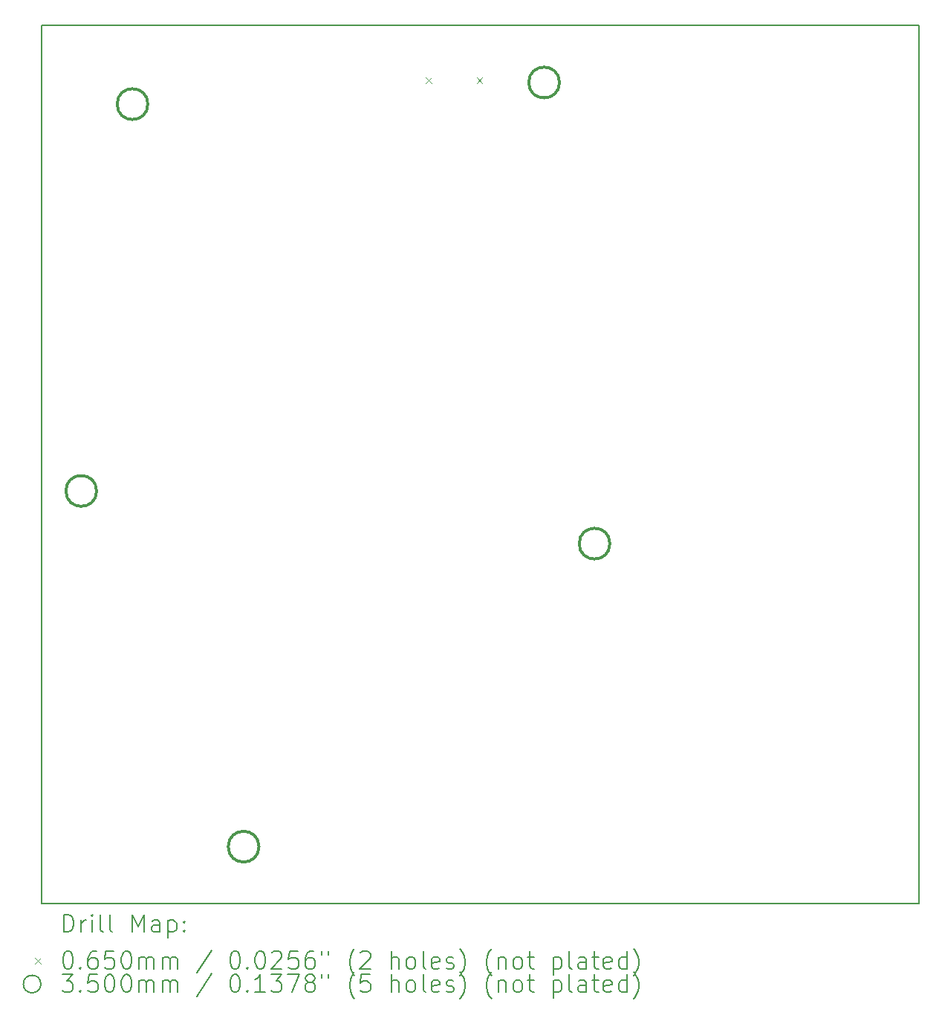
<source format=gbr>
%TF.GenerationSoftware,KiCad,Pcbnew,8.0.2-8.0.2-0~ubuntu20.04.1*%
%TF.CreationDate,2024-05-16T16:26:24-07:00*%
%TF.ProjectId,cpm_proj,63706d5f-7072-46f6-9a2e-6b696361645f,rev?*%
%TF.SameCoordinates,Original*%
%TF.FileFunction,Drillmap*%
%TF.FilePolarity,Positive*%
%FSLAX45Y45*%
G04 Gerber Fmt 4.5, Leading zero omitted, Abs format (unit mm)*
G04 Created by KiCad (PCBNEW 8.0.2-8.0.2-0~ubuntu20.04.1) date 2024-05-16 16:26:24*
%MOMM*%
%LPD*%
G01*
G04 APERTURE LIST*
%ADD10C,0.200000*%
%ADD11C,0.100000*%
%ADD12C,0.350000*%
G04 APERTURE END LIST*
D10*
X6200000Y-4100000D02*
X16200000Y-4100000D01*
X16200000Y-14100000D01*
X6200000Y-14100000D01*
X6200000Y-4100000D01*
D11*
X10578500Y-4694000D02*
X10643500Y-4759000D01*
X10643500Y-4694000D02*
X10578500Y-4759000D01*
X11156500Y-4694000D02*
X11221500Y-4759000D01*
X11221500Y-4694000D02*
X11156500Y-4759000D01*
D12*
X6825000Y-9400000D02*
G75*
G02*
X6475000Y-9400000I-175000J0D01*
G01*
X6475000Y-9400000D02*
G75*
G02*
X6825000Y-9400000I175000J0D01*
G01*
X7409000Y-4996000D02*
G75*
G02*
X7059000Y-4996000I-175000J0D01*
G01*
X7059000Y-4996000D02*
G75*
G02*
X7409000Y-4996000I175000J0D01*
G01*
X8675000Y-13450000D02*
G75*
G02*
X8325000Y-13450000I-175000J0D01*
G01*
X8325000Y-13450000D02*
G75*
G02*
X8675000Y-13450000I175000J0D01*
G01*
X12100000Y-4750000D02*
G75*
G02*
X11750000Y-4750000I-175000J0D01*
G01*
X11750000Y-4750000D02*
G75*
G02*
X12100000Y-4750000I175000J0D01*
G01*
X12675000Y-10000000D02*
G75*
G02*
X12325000Y-10000000I-175000J0D01*
G01*
X12325000Y-10000000D02*
G75*
G02*
X12675000Y-10000000I175000J0D01*
G01*
D10*
X6450777Y-14421484D02*
X6450777Y-14221484D01*
X6450777Y-14221484D02*
X6498396Y-14221484D01*
X6498396Y-14221484D02*
X6526967Y-14231008D01*
X6526967Y-14231008D02*
X6546015Y-14250055D01*
X6546015Y-14250055D02*
X6555539Y-14269103D01*
X6555539Y-14269103D02*
X6565062Y-14307198D01*
X6565062Y-14307198D02*
X6565062Y-14335769D01*
X6565062Y-14335769D02*
X6555539Y-14373865D01*
X6555539Y-14373865D02*
X6546015Y-14392912D01*
X6546015Y-14392912D02*
X6526967Y-14411960D01*
X6526967Y-14411960D02*
X6498396Y-14421484D01*
X6498396Y-14421484D02*
X6450777Y-14421484D01*
X6650777Y-14421484D02*
X6650777Y-14288150D01*
X6650777Y-14326246D02*
X6660301Y-14307198D01*
X6660301Y-14307198D02*
X6669824Y-14297674D01*
X6669824Y-14297674D02*
X6688872Y-14288150D01*
X6688872Y-14288150D02*
X6707920Y-14288150D01*
X6774586Y-14421484D02*
X6774586Y-14288150D01*
X6774586Y-14221484D02*
X6765062Y-14231008D01*
X6765062Y-14231008D02*
X6774586Y-14240531D01*
X6774586Y-14240531D02*
X6784110Y-14231008D01*
X6784110Y-14231008D02*
X6774586Y-14221484D01*
X6774586Y-14221484D02*
X6774586Y-14240531D01*
X6898396Y-14421484D02*
X6879348Y-14411960D01*
X6879348Y-14411960D02*
X6869824Y-14392912D01*
X6869824Y-14392912D02*
X6869824Y-14221484D01*
X7003158Y-14421484D02*
X6984110Y-14411960D01*
X6984110Y-14411960D02*
X6974586Y-14392912D01*
X6974586Y-14392912D02*
X6974586Y-14221484D01*
X7231729Y-14421484D02*
X7231729Y-14221484D01*
X7231729Y-14221484D02*
X7298396Y-14364341D01*
X7298396Y-14364341D02*
X7365062Y-14221484D01*
X7365062Y-14221484D02*
X7365062Y-14421484D01*
X7546015Y-14421484D02*
X7546015Y-14316722D01*
X7546015Y-14316722D02*
X7536491Y-14297674D01*
X7536491Y-14297674D02*
X7517443Y-14288150D01*
X7517443Y-14288150D02*
X7479348Y-14288150D01*
X7479348Y-14288150D02*
X7460301Y-14297674D01*
X7546015Y-14411960D02*
X7526967Y-14421484D01*
X7526967Y-14421484D02*
X7479348Y-14421484D01*
X7479348Y-14421484D02*
X7460301Y-14411960D01*
X7460301Y-14411960D02*
X7450777Y-14392912D01*
X7450777Y-14392912D02*
X7450777Y-14373865D01*
X7450777Y-14373865D02*
X7460301Y-14354817D01*
X7460301Y-14354817D02*
X7479348Y-14345293D01*
X7479348Y-14345293D02*
X7526967Y-14345293D01*
X7526967Y-14345293D02*
X7546015Y-14335769D01*
X7641253Y-14288150D02*
X7641253Y-14488150D01*
X7641253Y-14297674D02*
X7660301Y-14288150D01*
X7660301Y-14288150D02*
X7698396Y-14288150D01*
X7698396Y-14288150D02*
X7717443Y-14297674D01*
X7717443Y-14297674D02*
X7726967Y-14307198D01*
X7726967Y-14307198D02*
X7736491Y-14326246D01*
X7736491Y-14326246D02*
X7736491Y-14383388D01*
X7736491Y-14383388D02*
X7726967Y-14402436D01*
X7726967Y-14402436D02*
X7717443Y-14411960D01*
X7717443Y-14411960D02*
X7698396Y-14421484D01*
X7698396Y-14421484D02*
X7660301Y-14421484D01*
X7660301Y-14421484D02*
X7641253Y-14411960D01*
X7822205Y-14402436D02*
X7831729Y-14411960D01*
X7831729Y-14411960D02*
X7822205Y-14421484D01*
X7822205Y-14421484D02*
X7812682Y-14411960D01*
X7812682Y-14411960D02*
X7822205Y-14402436D01*
X7822205Y-14402436D02*
X7822205Y-14421484D01*
X7822205Y-14297674D02*
X7831729Y-14307198D01*
X7831729Y-14307198D02*
X7822205Y-14316722D01*
X7822205Y-14316722D02*
X7812682Y-14307198D01*
X7812682Y-14307198D02*
X7822205Y-14297674D01*
X7822205Y-14297674D02*
X7822205Y-14316722D01*
D11*
X6125000Y-14717500D02*
X6190000Y-14782500D01*
X6190000Y-14717500D02*
X6125000Y-14782500D01*
D10*
X6488872Y-14641484D02*
X6507920Y-14641484D01*
X6507920Y-14641484D02*
X6526967Y-14651008D01*
X6526967Y-14651008D02*
X6536491Y-14660531D01*
X6536491Y-14660531D02*
X6546015Y-14679579D01*
X6546015Y-14679579D02*
X6555539Y-14717674D01*
X6555539Y-14717674D02*
X6555539Y-14765293D01*
X6555539Y-14765293D02*
X6546015Y-14803388D01*
X6546015Y-14803388D02*
X6536491Y-14822436D01*
X6536491Y-14822436D02*
X6526967Y-14831960D01*
X6526967Y-14831960D02*
X6507920Y-14841484D01*
X6507920Y-14841484D02*
X6488872Y-14841484D01*
X6488872Y-14841484D02*
X6469824Y-14831960D01*
X6469824Y-14831960D02*
X6460301Y-14822436D01*
X6460301Y-14822436D02*
X6450777Y-14803388D01*
X6450777Y-14803388D02*
X6441253Y-14765293D01*
X6441253Y-14765293D02*
X6441253Y-14717674D01*
X6441253Y-14717674D02*
X6450777Y-14679579D01*
X6450777Y-14679579D02*
X6460301Y-14660531D01*
X6460301Y-14660531D02*
X6469824Y-14651008D01*
X6469824Y-14651008D02*
X6488872Y-14641484D01*
X6641253Y-14822436D02*
X6650777Y-14831960D01*
X6650777Y-14831960D02*
X6641253Y-14841484D01*
X6641253Y-14841484D02*
X6631729Y-14831960D01*
X6631729Y-14831960D02*
X6641253Y-14822436D01*
X6641253Y-14822436D02*
X6641253Y-14841484D01*
X6822205Y-14641484D02*
X6784110Y-14641484D01*
X6784110Y-14641484D02*
X6765062Y-14651008D01*
X6765062Y-14651008D02*
X6755539Y-14660531D01*
X6755539Y-14660531D02*
X6736491Y-14689103D01*
X6736491Y-14689103D02*
X6726967Y-14727198D01*
X6726967Y-14727198D02*
X6726967Y-14803388D01*
X6726967Y-14803388D02*
X6736491Y-14822436D01*
X6736491Y-14822436D02*
X6746015Y-14831960D01*
X6746015Y-14831960D02*
X6765062Y-14841484D01*
X6765062Y-14841484D02*
X6803158Y-14841484D01*
X6803158Y-14841484D02*
X6822205Y-14831960D01*
X6822205Y-14831960D02*
X6831729Y-14822436D01*
X6831729Y-14822436D02*
X6841253Y-14803388D01*
X6841253Y-14803388D02*
X6841253Y-14755769D01*
X6841253Y-14755769D02*
X6831729Y-14736722D01*
X6831729Y-14736722D02*
X6822205Y-14727198D01*
X6822205Y-14727198D02*
X6803158Y-14717674D01*
X6803158Y-14717674D02*
X6765062Y-14717674D01*
X6765062Y-14717674D02*
X6746015Y-14727198D01*
X6746015Y-14727198D02*
X6736491Y-14736722D01*
X6736491Y-14736722D02*
X6726967Y-14755769D01*
X7022205Y-14641484D02*
X6926967Y-14641484D01*
X6926967Y-14641484D02*
X6917443Y-14736722D01*
X6917443Y-14736722D02*
X6926967Y-14727198D01*
X6926967Y-14727198D02*
X6946015Y-14717674D01*
X6946015Y-14717674D02*
X6993634Y-14717674D01*
X6993634Y-14717674D02*
X7012682Y-14727198D01*
X7012682Y-14727198D02*
X7022205Y-14736722D01*
X7022205Y-14736722D02*
X7031729Y-14755769D01*
X7031729Y-14755769D02*
X7031729Y-14803388D01*
X7031729Y-14803388D02*
X7022205Y-14822436D01*
X7022205Y-14822436D02*
X7012682Y-14831960D01*
X7012682Y-14831960D02*
X6993634Y-14841484D01*
X6993634Y-14841484D02*
X6946015Y-14841484D01*
X6946015Y-14841484D02*
X6926967Y-14831960D01*
X6926967Y-14831960D02*
X6917443Y-14822436D01*
X7155539Y-14641484D02*
X7174586Y-14641484D01*
X7174586Y-14641484D02*
X7193634Y-14651008D01*
X7193634Y-14651008D02*
X7203158Y-14660531D01*
X7203158Y-14660531D02*
X7212682Y-14679579D01*
X7212682Y-14679579D02*
X7222205Y-14717674D01*
X7222205Y-14717674D02*
X7222205Y-14765293D01*
X7222205Y-14765293D02*
X7212682Y-14803388D01*
X7212682Y-14803388D02*
X7203158Y-14822436D01*
X7203158Y-14822436D02*
X7193634Y-14831960D01*
X7193634Y-14831960D02*
X7174586Y-14841484D01*
X7174586Y-14841484D02*
X7155539Y-14841484D01*
X7155539Y-14841484D02*
X7136491Y-14831960D01*
X7136491Y-14831960D02*
X7126967Y-14822436D01*
X7126967Y-14822436D02*
X7117443Y-14803388D01*
X7117443Y-14803388D02*
X7107920Y-14765293D01*
X7107920Y-14765293D02*
X7107920Y-14717674D01*
X7107920Y-14717674D02*
X7117443Y-14679579D01*
X7117443Y-14679579D02*
X7126967Y-14660531D01*
X7126967Y-14660531D02*
X7136491Y-14651008D01*
X7136491Y-14651008D02*
X7155539Y-14641484D01*
X7307920Y-14841484D02*
X7307920Y-14708150D01*
X7307920Y-14727198D02*
X7317443Y-14717674D01*
X7317443Y-14717674D02*
X7336491Y-14708150D01*
X7336491Y-14708150D02*
X7365063Y-14708150D01*
X7365063Y-14708150D02*
X7384110Y-14717674D01*
X7384110Y-14717674D02*
X7393634Y-14736722D01*
X7393634Y-14736722D02*
X7393634Y-14841484D01*
X7393634Y-14736722D02*
X7403158Y-14717674D01*
X7403158Y-14717674D02*
X7422205Y-14708150D01*
X7422205Y-14708150D02*
X7450777Y-14708150D01*
X7450777Y-14708150D02*
X7469824Y-14717674D01*
X7469824Y-14717674D02*
X7479348Y-14736722D01*
X7479348Y-14736722D02*
X7479348Y-14841484D01*
X7574586Y-14841484D02*
X7574586Y-14708150D01*
X7574586Y-14727198D02*
X7584110Y-14717674D01*
X7584110Y-14717674D02*
X7603158Y-14708150D01*
X7603158Y-14708150D02*
X7631729Y-14708150D01*
X7631729Y-14708150D02*
X7650777Y-14717674D01*
X7650777Y-14717674D02*
X7660301Y-14736722D01*
X7660301Y-14736722D02*
X7660301Y-14841484D01*
X7660301Y-14736722D02*
X7669824Y-14717674D01*
X7669824Y-14717674D02*
X7688872Y-14708150D01*
X7688872Y-14708150D02*
X7717443Y-14708150D01*
X7717443Y-14708150D02*
X7736491Y-14717674D01*
X7736491Y-14717674D02*
X7746015Y-14736722D01*
X7746015Y-14736722D02*
X7746015Y-14841484D01*
X8136491Y-14631960D02*
X7965063Y-14889103D01*
X8393634Y-14641484D02*
X8412682Y-14641484D01*
X8412682Y-14641484D02*
X8431729Y-14651008D01*
X8431729Y-14651008D02*
X8441253Y-14660531D01*
X8441253Y-14660531D02*
X8450777Y-14679579D01*
X8450777Y-14679579D02*
X8460301Y-14717674D01*
X8460301Y-14717674D02*
X8460301Y-14765293D01*
X8460301Y-14765293D02*
X8450777Y-14803388D01*
X8450777Y-14803388D02*
X8441253Y-14822436D01*
X8441253Y-14822436D02*
X8431729Y-14831960D01*
X8431729Y-14831960D02*
X8412682Y-14841484D01*
X8412682Y-14841484D02*
X8393634Y-14841484D01*
X8393634Y-14841484D02*
X8374586Y-14831960D01*
X8374586Y-14831960D02*
X8365063Y-14822436D01*
X8365063Y-14822436D02*
X8355539Y-14803388D01*
X8355539Y-14803388D02*
X8346015Y-14765293D01*
X8346015Y-14765293D02*
X8346015Y-14717674D01*
X8346015Y-14717674D02*
X8355539Y-14679579D01*
X8355539Y-14679579D02*
X8365063Y-14660531D01*
X8365063Y-14660531D02*
X8374586Y-14651008D01*
X8374586Y-14651008D02*
X8393634Y-14641484D01*
X8546015Y-14822436D02*
X8555539Y-14831960D01*
X8555539Y-14831960D02*
X8546015Y-14841484D01*
X8546015Y-14841484D02*
X8536491Y-14831960D01*
X8536491Y-14831960D02*
X8546015Y-14822436D01*
X8546015Y-14822436D02*
X8546015Y-14841484D01*
X8679348Y-14641484D02*
X8698396Y-14641484D01*
X8698396Y-14641484D02*
X8717444Y-14651008D01*
X8717444Y-14651008D02*
X8726968Y-14660531D01*
X8726968Y-14660531D02*
X8736491Y-14679579D01*
X8736491Y-14679579D02*
X8746015Y-14717674D01*
X8746015Y-14717674D02*
X8746015Y-14765293D01*
X8746015Y-14765293D02*
X8736491Y-14803388D01*
X8736491Y-14803388D02*
X8726968Y-14822436D01*
X8726968Y-14822436D02*
X8717444Y-14831960D01*
X8717444Y-14831960D02*
X8698396Y-14841484D01*
X8698396Y-14841484D02*
X8679348Y-14841484D01*
X8679348Y-14841484D02*
X8660301Y-14831960D01*
X8660301Y-14831960D02*
X8650777Y-14822436D01*
X8650777Y-14822436D02*
X8641253Y-14803388D01*
X8641253Y-14803388D02*
X8631729Y-14765293D01*
X8631729Y-14765293D02*
X8631729Y-14717674D01*
X8631729Y-14717674D02*
X8641253Y-14679579D01*
X8641253Y-14679579D02*
X8650777Y-14660531D01*
X8650777Y-14660531D02*
X8660301Y-14651008D01*
X8660301Y-14651008D02*
X8679348Y-14641484D01*
X8822206Y-14660531D02*
X8831729Y-14651008D01*
X8831729Y-14651008D02*
X8850777Y-14641484D01*
X8850777Y-14641484D02*
X8898396Y-14641484D01*
X8898396Y-14641484D02*
X8917444Y-14651008D01*
X8917444Y-14651008D02*
X8926968Y-14660531D01*
X8926968Y-14660531D02*
X8936491Y-14679579D01*
X8936491Y-14679579D02*
X8936491Y-14698627D01*
X8936491Y-14698627D02*
X8926968Y-14727198D01*
X8926968Y-14727198D02*
X8812682Y-14841484D01*
X8812682Y-14841484D02*
X8936491Y-14841484D01*
X9117444Y-14641484D02*
X9022206Y-14641484D01*
X9022206Y-14641484D02*
X9012682Y-14736722D01*
X9012682Y-14736722D02*
X9022206Y-14727198D01*
X9022206Y-14727198D02*
X9041253Y-14717674D01*
X9041253Y-14717674D02*
X9088872Y-14717674D01*
X9088872Y-14717674D02*
X9107920Y-14727198D01*
X9107920Y-14727198D02*
X9117444Y-14736722D01*
X9117444Y-14736722D02*
X9126968Y-14755769D01*
X9126968Y-14755769D02*
X9126968Y-14803388D01*
X9126968Y-14803388D02*
X9117444Y-14822436D01*
X9117444Y-14822436D02*
X9107920Y-14831960D01*
X9107920Y-14831960D02*
X9088872Y-14841484D01*
X9088872Y-14841484D02*
X9041253Y-14841484D01*
X9041253Y-14841484D02*
X9022206Y-14831960D01*
X9022206Y-14831960D02*
X9012682Y-14822436D01*
X9298396Y-14641484D02*
X9260301Y-14641484D01*
X9260301Y-14641484D02*
X9241253Y-14651008D01*
X9241253Y-14651008D02*
X9231729Y-14660531D01*
X9231729Y-14660531D02*
X9212682Y-14689103D01*
X9212682Y-14689103D02*
X9203158Y-14727198D01*
X9203158Y-14727198D02*
X9203158Y-14803388D01*
X9203158Y-14803388D02*
X9212682Y-14822436D01*
X9212682Y-14822436D02*
X9222206Y-14831960D01*
X9222206Y-14831960D02*
X9241253Y-14841484D01*
X9241253Y-14841484D02*
X9279349Y-14841484D01*
X9279349Y-14841484D02*
X9298396Y-14831960D01*
X9298396Y-14831960D02*
X9307920Y-14822436D01*
X9307920Y-14822436D02*
X9317444Y-14803388D01*
X9317444Y-14803388D02*
X9317444Y-14755769D01*
X9317444Y-14755769D02*
X9307920Y-14736722D01*
X9307920Y-14736722D02*
X9298396Y-14727198D01*
X9298396Y-14727198D02*
X9279349Y-14717674D01*
X9279349Y-14717674D02*
X9241253Y-14717674D01*
X9241253Y-14717674D02*
X9222206Y-14727198D01*
X9222206Y-14727198D02*
X9212682Y-14736722D01*
X9212682Y-14736722D02*
X9203158Y-14755769D01*
X9393634Y-14641484D02*
X9393634Y-14679579D01*
X9469825Y-14641484D02*
X9469825Y-14679579D01*
X9765063Y-14917674D02*
X9755539Y-14908150D01*
X9755539Y-14908150D02*
X9736491Y-14879579D01*
X9736491Y-14879579D02*
X9726968Y-14860531D01*
X9726968Y-14860531D02*
X9717444Y-14831960D01*
X9717444Y-14831960D02*
X9707920Y-14784341D01*
X9707920Y-14784341D02*
X9707920Y-14746246D01*
X9707920Y-14746246D02*
X9717444Y-14698627D01*
X9717444Y-14698627D02*
X9726968Y-14670055D01*
X9726968Y-14670055D02*
X9736491Y-14651008D01*
X9736491Y-14651008D02*
X9755539Y-14622436D01*
X9755539Y-14622436D02*
X9765063Y-14612912D01*
X9831730Y-14660531D02*
X9841253Y-14651008D01*
X9841253Y-14651008D02*
X9860301Y-14641484D01*
X9860301Y-14641484D02*
X9907920Y-14641484D01*
X9907920Y-14641484D02*
X9926968Y-14651008D01*
X9926968Y-14651008D02*
X9936491Y-14660531D01*
X9936491Y-14660531D02*
X9946015Y-14679579D01*
X9946015Y-14679579D02*
X9946015Y-14698627D01*
X9946015Y-14698627D02*
X9936491Y-14727198D01*
X9936491Y-14727198D02*
X9822206Y-14841484D01*
X9822206Y-14841484D02*
X9946015Y-14841484D01*
X10184111Y-14841484D02*
X10184111Y-14641484D01*
X10269825Y-14841484D02*
X10269825Y-14736722D01*
X10269825Y-14736722D02*
X10260301Y-14717674D01*
X10260301Y-14717674D02*
X10241253Y-14708150D01*
X10241253Y-14708150D02*
X10212682Y-14708150D01*
X10212682Y-14708150D02*
X10193634Y-14717674D01*
X10193634Y-14717674D02*
X10184111Y-14727198D01*
X10393634Y-14841484D02*
X10374587Y-14831960D01*
X10374587Y-14831960D02*
X10365063Y-14822436D01*
X10365063Y-14822436D02*
X10355539Y-14803388D01*
X10355539Y-14803388D02*
X10355539Y-14746246D01*
X10355539Y-14746246D02*
X10365063Y-14727198D01*
X10365063Y-14727198D02*
X10374587Y-14717674D01*
X10374587Y-14717674D02*
X10393634Y-14708150D01*
X10393634Y-14708150D02*
X10422206Y-14708150D01*
X10422206Y-14708150D02*
X10441253Y-14717674D01*
X10441253Y-14717674D02*
X10450777Y-14727198D01*
X10450777Y-14727198D02*
X10460301Y-14746246D01*
X10460301Y-14746246D02*
X10460301Y-14803388D01*
X10460301Y-14803388D02*
X10450777Y-14822436D01*
X10450777Y-14822436D02*
X10441253Y-14831960D01*
X10441253Y-14831960D02*
X10422206Y-14841484D01*
X10422206Y-14841484D02*
X10393634Y-14841484D01*
X10574587Y-14841484D02*
X10555539Y-14831960D01*
X10555539Y-14831960D02*
X10546015Y-14812912D01*
X10546015Y-14812912D02*
X10546015Y-14641484D01*
X10726968Y-14831960D02*
X10707920Y-14841484D01*
X10707920Y-14841484D02*
X10669825Y-14841484D01*
X10669825Y-14841484D02*
X10650777Y-14831960D01*
X10650777Y-14831960D02*
X10641253Y-14812912D01*
X10641253Y-14812912D02*
X10641253Y-14736722D01*
X10641253Y-14736722D02*
X10650777Y-14717674D01*
X10650777Y-14717674D02*
X10669825Y-14708150D01*
X10669825Y-14708150D02*
X10707920Y-14708150D01*
X10707920Y-14708150D02*
X10726968Y-14717674D01*
X10726968Y-14717674D02*
X10736492Y-14736722D01*
X10736492Y-14736722D02*
X10736492Y-14755769D01*
X10736492Y-14755769D02*
X10641253Y-14774817D01*
X10812682Y-14831960D02*
X10831730Y-14841484D01*
X10831730Y-14841484D02*
X10869825Y-14841484D01*
X10869825Y-14841484D02*
X10888873Y-14831960D01*
X10888873Y-14831960D02*
X10898396Y-14812912D01*
X10898396Y-14812912D02*
X10898396Y-14803388D01*
X10898396Y-14803388D02*
X10888873Y-14784341D01*
X10888873Y-14784341D02*
X10869825Y-14774817D01*
X10869825Y-14774817D02*
X10841253Y-14774817D01*
X10841253Y-14774817D02*
X10822206Y-14765293D01*
X10822206Y-14765293D02*
X10812682Y-14746246D01*
X10812682Y-14746246D02*
X10812682Y-14736722D01*
X10812682Y-14736722D02*
X10822206Y-14717674D01*
X10822206Y-14717674D02*
X10841253Y-14708150D01*
X10841253Y-14708150D02*
X10869825Y-14708150D01*
X10869825Y-14708150D02*
X10888873Y-14717674D01*
X10965063Y-14917674D02*
X10974587Y-14908150D01*
X10974587Y-14908150D02*
X10993634Y-14879579D01*
X10993634Y-14879579D02*
X11003158Y-14860531D01*
X11003158Y-14860531D02*
X11012682Y-14831960D01*
X11012682Y-14831960D02*
X11022206Y-14784341D01*
X11022206Y-14784341D02*
X11022206Y-14746246D01*
X11022206Y-14746246D02*
X11012682Y-14698627D01*
X11012682Y-14698627D02*
X11003158Y-14670055D01*
X11003158Y-14670055D02*
X10993634Y-14651008D01*
X10993634Y-14651008D02*
X10974587Y-14622436D01*
X10974587Y-14622436D02*
X10965063Y-14612912D01*
X11326968Y-14917674D02*
X11317444Y-14908150D01*
X11317444Y-14908150D02*
X11298396Y-14879579D01*
X11298396Y-14879579D02*
X11288872Y-14860531D01*
X11288872Y-14860531D02*
X11279349Y-14831960D01*
X11279349Y-14831960D02*
X11269825Y-14784341D01*
X11269825Y-14784341D02*
X11269825Y-14746246D01*
X11269825Y-14746246D02*
X11279349Y-14698627D01*
X11279349Y-14698627D02*
X11288872Y-14670055D01*
X11288872Y-14670055D02*
X11298396Y-14651008D01*
X11298396Y-14651008D02*
X11317444Y-14622436D01*
X11317444Y-14622436D02*
X11326968Y-14612912D01*
X11403158Y-14708150D02*
X11403158Y-14841484D01*
X11403158Y-14727198D02*
X11412682Y-14717674D01*
X11412682Y-14717674D02*
X11431730Y-14708150D01*
X11431730Y-14708150D02*
X11460301Y-14708150D01*
X11460301Y-14708150D02*
X11479349Y-14717674D01*
X11479349Y-14717674D02*
X11488872Y-14736722D01*
X11488872Y-14736722D02*
X11488872Y-14841484D01*
X11612682Y-14841484D02*
X11593634Y-14831960D01*
X11593634Y-14831960D02*
X11584111Y-14822436D01*
X11584111Y-14822436D02*
X11574587Y-14803388D01*
X11574587Y-14803388D02*
X11574587Y-14746246D01*
X11574587Y-14746246D02*
X11584111Y-14727198D01*
X11584111Y-14727198D02*
X11593634Y-14717674D01*
X11593634Y-14717674D02*
X11612682Y-14708150D01*
X11612682Y-14708150D02*
X11641253Y-14708150D01*
X11641253Y-14708150D02*
X11660301Y-14717674D01*
X11660301Y-14717674D02*
X11669825Y-14727198D01*
X11669825Y-14727198D02*
X11679349Y-14746246D01*
X11679349Y-14746246D02*
X11679349Y-14803388D01*
X11679349Y-14803388D02*
X11669825Y-14822436D01*
X11669825Y-14822436D02*
X11660301Y-14831960D01*
X11660301Y-14831960D02*
X11641253Y-14841484D01*
X11641253Y-14841484D02*
X11612682Y-14841484D01*
X11736492Y-14708150D02*
X11812682Y-14708150D01*
X11765063Y-14641484D02*
X11765063Y-14812912D01*
X11765063Y-14812912D02*
X11774587Y-14831960D01*
X11774587Y-14831960D02*
X11793634Y-14841484D01*
X11793634Y-14841484D02*
X11812682Y-14841484D01*
X12031730Y-14708150D02*
X12031730Y-14908150D01*
X12031730Y-14717674D02*
X12050777Y-14708150D01*
X12050777Y-14708150D02*
X12088873Y-14708150D01*
X12088873Y-14708150D02*
X12107920Y-14717674D01*
X12107920Y-14717674D02*
X12117444Y-14727198D01*
X12117444Y-14727198D02*
X12126968Y-14746246D01*
X12126968Y-14746246D02*
X12126968Y-14803388D01*
X12126968Y-14803388D02*
X12117444Y-14822436D01*
X12117444Y-14822436D02*
X12107920Y-14831960D01*
X12107920Y-14831960D02*
X12088873Y-14841484D01*
X12088873Y-14841484D02*
X12050777Y-14841484D01*
X12050777Y-14841484D02*
X12031730Y-14831960D01*
X12241253Y-14841484D02*
X12222206Y-14831960D01*
X12222206Y-14831960D02*
X12212682Y-14812912D01*
X12212682Y-14812912D02*
X12212682Y-14641484D01*
X12403158Y-14841484D02*
X12403158Y-14736722D01*
X12403158Y-14736722D02*
X12393634Y-14717674D01*
X12393634Y-14717674D02*
X12374587Y-14708150D01*
X12374587Y-14708150D02*
X12336492Y-14708150D01*
X12336492Y-14708150D02*
X12317444Y-14717674D01*
X12403158Y-14831960D02*
X12384111Y-14841484D01*
X12384111Y-14841484D02*
X12336492Y-14841484D01*
X12336492Y-14841484D02*
X12317444Y-14831960D01*
X12317444Y-14831960D02*
X12307920Y-14812912D01*
X12307920Y-14812912D02*
X12307920Y-14793865D01*
X12307920Y-14793865D02*
X12317444Y-14774817D01*
X12317444Y-14774817D02*
X12336492Y-14765293D01*
X12336492Y-14765293D02*
X12384111Y-14765293D01*
X12384111Y-14765293D02*
X12403158Y-14755769D01*
X12469825Y-14708150D02*
X12546015Y-14708150D01*
X12498396Y-14641484D02*
X12498396Y-14812912D01*
X12498396Y-14812912D02*
X12507920Y-14831960D01*
X12507920Y-14831960D02*
X12526968Y-14841484D01*
X12526968Y-14841484D02*
X12546015Y-14841484D01*
X12688873Y-14831960D02*
X12669825Y-14841484D01*
X12669825Y-14841484D02*
X12631730Y-14841484D01*
X12631730Y-14841484D02*
X12612682Y-14831960D01*
X12612682Y-14831960D02*
X12603158Y-14812912D01*
X12603158Y-14812912D02*
X12603158Y-14736722D01*
X12603158Y-14736722D02*
X12612682Y-14717674D01*
X12612682Y-14717674D02*
X12631730Y-14708150D01*
X12631730Y-14708150D02*
X12669825Y-14708150D01*
X12669825Y-14708150D02*
X12688873Y-14717674D01*
X12688873Y-14717674D02*
X12698396Y-14736722D01*
X12698396Y-14736722D02*
X12698396Y-14755769D01*
X12698396Y-14755769D02*
X12603158Y-14774817D01*
X12869825Y-14841484D02*
X12869825Y-14641484D01*
X12869825Y-14831960D02*
X12850777Y-14841484D01*
X12850777Y-14841484D02*
X12812682Y-14841484D01*
X12812682Y-14841484D02*
X12793634Y-14831960D01*
X12793634Y-14831960D02*
X12784111Y-14822436D01*
X12784111Y-14822436D02*
X12774587Y-14803388D01*
X12774587Y-14803388D02*
X12774587Y-14746246D01*
X12774587Y-14746246D02*
X12784111Y-14727198D01*
X12784111Y-14727198D02*
X12793634Y-14717674D01*
X12793634Y-14717674D02*
X12812682Y-14708150D01*
X12812682Y-14708150D02*
X12850777Y-14708150D01*
X12850777Y-14708150D02*
X12869825Y-14717674D01*
X12946015Y-14917674D02*
X12955539Y-14908150D01*
X12955539Y-14908150D02*
X12974587Y-14879579D01*
X12974587Y-14879579D02*
X12984111Y-14860531D01*
X12984111Y-14860531D02*
X12993634Y-14831960D01*
X12993634Y-14831960D02*
X13003158Y-14784341D01*
X13003158Y-14784341D02*
X13003158Y-14746246D01*
X13003158Y-14746246D02*
X12993634Y-14698627D01*
X12993634Y-14698627D02*
X12984111Y-14670055D01*
X12984111Y-14670055D02*
X12974587Y-14651008D01*
X12974587Y-14651008D02*
X12955539Y-14622436D01*
X12955539Y-14622436D02*
X12946015Y-14612912D01*
X6190000Y-15014000D02*
G75*
G02*
X5990000Y-15014000I-100000J0D01*
G01*
X5990000Y-15014000D02*
G75*
G02*
X6190000Y-15014000I100000J0D01*
G01*
X6431729Y-14905484D02*
X6555539Y-14905484D01*
X6555539Y-14905484D02*
X6488872Y-14981674D01*
X6488872Y-14981674D02*
X6517443Y-14981674D01*
X6517443Y-14981674D02*
X6536491Y-14991198D01*
X6536491Y-14991198D02*
X6546015Y-15000722D01*
X6546015Y-15000722D02*
X6555539Y-15019769D01*
X6555539Y-15019769D02*
X6555539Y-15067388D01*
X6555539Y-15067388D02*
X6546015Y-15086436D01*
X6546015Y-15086436D02*
X6536491Y-15095960D01*
X6536491Y-15095960D02*
X6517443Y-15105484D01*
X6517443Y-15105484D02*
X6460301Y-15105484D01*
X6460301Y-15105484D02*
X6441253Y-15095960D01*
X6441253Y-15095960D02*
X6431729Y-15086436D01*
X6641253Y-15086436D02*
X6650777Y-15095960D01*
X6650777Y-15095960D02*
X6641253Y-15105484D01*
X6641253Y-15105484D02*
X6631729Y-15095960D01*
X6631729Y-15095960D02*
X6641253Y-15086436D01*
X6641253Y-15086436D02*
X6641253Y-15105484D01*
X6831729Y-14905484D02*
X6736491Y-14905484D01*
X6736491Y-14905484D02*
X6726967Y-15000722D01*
X6726967Y-15000722D02*
X6736491Y-14991198D01*
X6736491Y-14991198D02*
X6755539Y-14981674D01*
X6755539Y-14981674D02*
X6803158Y-14981674D01*
X6803158Y-14981674D02*
X6822205Y-14991198D01*
X6822205Y-14991198D02*
X6831729Y-15000722D01*
X6831729Y-15000722D02*
X6841253Y-15019769D01*
X6841253Y-15019769D02*
X6841253Y-15067388D01*
X6841253Y-15067388D02*
X6831729Y-15086436D01*
X6831729Y-15086436D02*
X6822205Y-15095960D01*
X6822205Y-15095960D02*
X6803158Y-15105484D01*
X6803158Y-15105484D02*
X6755539Y-15105484D01*
X6755539Y-15105484D02*
X6736491Y-15095960D01*
X6736491Y-15095960D02*
X6726967Y-15086436D01*
X6965062Y-14905484D02*
X6984110Y-14905484D01*
X6984110Y-14905484D02*
X7003158Y-14915008D01*
X7003158Y-14915008D02*
X7012682Y-14924531D01*
X7012682Y-14924531D02*
X7022205Y-14943579D01*
X7022205Y-14943579D02*
X7031729Y-14981674D01*
X7031729Y-14981674D02*
X7031729Y-15029293D01*
X7031729Y-15029293D02*
X7022205Y-15067388D01*
X7022205Y-15067388D02*
X7012682Y-15086436D01*
X7012682Y-15086436D02*
X7003158Y-15095960D01*
X7003158Y-15095960D02*
X6984110Y-15105484D01*
X6984110Y-15105484D02*
X6965062Y-15105484D01*
X6965062Y-15105484D02*
X6946015Y-15095960D01*
X6946015Y-15095960D02*
X6936491Y-15086436D01*
X6936491Y-15086436D02*
X6926967Y-15067388D01*
X6926967Y-15067388D02*
X6917443Y-15029293D01*
X6917443Y-15029293D02*
X6917443Y-14981674D01*
X6917443Y-14981674D02*
X6926967Y-14943579D01*
X6926967Y-14943579D02*
X6936491Y-14924531D01*
X6936491Y-14924531D02*
X6946015Y-14915008D01*
X6946015Y-14915008D02*
X6965062Y-14905484D01*
X7155539Y-14905484D02*
X7174586Y-14905484D01*
X7174586Y-14905484D02*
X7193634Y-14915008D01*
X7193634Y-14915008D02*
X7203158Y-14924531D01*
X7203158Y-14924531D02*
X7212682Y-14943579D01*
X7212682Y-14943579D02*
X7222205Y-14981674D01*
X7222205Y-14981674D02*
X7222205Y-15029293D01*
X7222205Y-15029293D02*
X7212682Y-15067388D01*
X7212682Y-15067388D02*
X7203158Y-15086436D01*
X7203158Y-15086436D02*
X7193634Y-15095960D01*
X7193634Y-15095960D02*
X7174586Y-15105484D01*
X7174586Y-15105484D02*
X7155539Y-15105484D01*
X7155539Y-15105484D02*
X7136491Y-15095960D01*
X7136491Y-15095960D02*
X7126967Y-15086436D01*
X7126967Y-15086436D02*
X7117443Y-15067388D01*
X7117443Y-15067388D02*
X7107920Y-15029293D01*
X7107920Y-15029293D02*
X7107920Y-14981674D01*
X7107920Y-14981674D02*
X7117443Y-14943579D01*
X7117443Y-14943579D02*
X7126967Y-14924531D01*
X7126967Y-14924531D02*
X7136491Y-14915008D01*
X7136491Y-14915008D02*
X7155539Y-14905484D01*
X7307920Y-15105484D02*
X7307920Y-14972150D01*
X7307920Y-14991198D02*
X7317443Y-14981674D01*
X7317443Y-14981674D02*
X7336491Y-14972150D01*
X7336491Y-14972150D02*
X7365063Y-14972150D01*
X7365063Y-14972150D02*
X7384110Y-14981674D01*
X7384110Y-14981674D02*
X7393634Y-15000722D01*
X7393634Y-15000722D02*
X7393634Y-15105484D01*
X7393634Y-15000722D02*
X7403158Y-14981674D01*
X7403158Y-14981674D02*
X7422205Y-14972150D01*
X7422205Y-14972150D02*
X7450777Y-14972150D01*
X7450777Y-14972150D02*
X7469824Y-14981674D01*
X7469824Y-14981674D02*
X7479348Y-15000722D01*
X7479348Y-15000722D02*
X7479348Y-15105484D01*
X7574586Y-15105484D02*
X7574586Y-14972150D01*
X7574586Y-14991198D02*
X7584110Y-14981674D01*
X7584110Y-14981674D02*
X7603158Y-14972150D01*
X7603158Y-14972150D02*
X7631729Y-14972150D01*
X7631729Y-14972150D02*
X7650777Y-14981674D01*
X7650777Y-14981674D02*
X7660301Y-15000722D01*
X7660301Y-15000722D02*
X7660301Y-15105484D01*
X7660301Y-15000722D02*
X7669824Y-14981674D01*
X7669824Y-14981674D02*
X7688872Y-14972150D01*
X7688872Y-14972150D02*
X7717443Y-14972150D01*
X7717443Y-14972150D02*
X7736491Y-14981674D01*
X7736491Y-14981674D02*
X7746015Y-15000722D01*
X7746015Y-15000722D02*
X7746015Y-15105484D01*
X8136491Y-14895960D02*
X7965063Y-15153103D01*
X8393634Y-14905484D02*
X8412682Y-14905484D01*
X8412682Y-14905484D02*
X8431729Y-14915008D01*
X8431729Y-14915008D02*
X8441253Y-14924531D01*
X8441253Y-14924531D02*
X8450777Y-14943579D01*
X8450777Y-14943579D02*
X8460301Y-14981674D01*
X8460301Y-14981674D02*
X8460301Y-15029293D01*
X8460301Y-15029293D02*
X8450777Y-15067388D01*
X8450777Y-15067388D02*
X8441253Y-15086436D01*
X8441253Y-15086436D02*
X8431729Y-15095960D01*
X8431729Y-15095960D02*
X8412682Y-15105484D01*
X8412682Y-15105484D02*
X8393634Y-15105484D01*
X8393634Y-15105484D02*
X8374586Y-15095960D01*
X8374586Y-15095960D02*
X8365063Y-15086436D01*
X8365063Y-15086436D02*
X8355539Y-15067388D01*
X8355539Y-15067388D02*
X8346015Y-15029293D01*
X8346015Y-15029293D02*
X8346015Y-14981674D01*
X8346015Y-14981674D02*
X8355539Y-14943579D01*
X8355539Y-14943579D02*
X8365063Y-14924531D01*
X8365063Y-14924531D02*
X8374586Y-14915008D01*
X8374586Y-14915008D02*
X8393634Y-14905484D01*
X8546015Y-15086436D02*
X8555539Y-15095960D01*
X8555539Y-15095960D02*
X8546015Y-15105484D01*
X8546015Y-15105484D02*
X8536491Y-15095960D01*
X8536491Y-15095960D02*
X8546015Y-15086436D01*
X8546015Y-15086436D02*
X8546015Y-15105484D01*
X8746015Y-15105484D02*
X8631729Y-15105484D01*
X8688872Y-15105484D02*
X8688872Y-14905484D01*
X8688872Y-14905484D02*
X8669825Y-14934055D01*
X8669825Y-14934055D02*
X8650777Y-14953103D01*
X8650777Y-14953103D02*
X8631729Y-14962627D01*
X8812682Y-14905484D02*
X8936491Y-14905484D01*
X8936491Y-14905484D02*
X8869825Y-14981674D01*
X8869825Y-14981674D02*
X8898396Y-14981674D01*
X8898396Y-14981674D02*
X8917444Y-14991198D01*
X8917444Y-14991198D02*
X8926968Y-15000722D01*
X8926968Y-15000722D02*
X8936491Y-15019769D01*
X8936491Y-15019769D02*
X8936491Y-15067388D01*
X8936491Y-15067388D02*
X8926968Y-15086436D01*
X8926968Y-15086436D02*
X8917444Y-15095960D01*
X8917444Y-15095960D02*
X8898396Y-15105484D01*
X8898396Y-15105484D02*
X8841253Y-15105484D01*
X8841253Y-15105484D02*
X8822206Y-15095960D01*
X8822206Y-15095960D02*
X8812682Y-15086436D01*
X9003158Y-14905484D02*
X9136491Y-14905484D01*
X9136491Y-14905484D02*
X9050777Y-15105484D01*
X9241253Y-14991198D02*
X9222206Y-14981674D01*
X9222206Y-14981674D02*
X9212682Y-14972150D01*
X9212682Y-14972150D02*
X9203158Y-14953103D01*
X9203158Y-14953103D02*
X9203158Y-14943579D01*
X9203158Y-14943579D02*
X9212682Y-14924531D01*
X9212682Y-14924531D02*
X9222206Y-14915008D01*
X9222206Y-14915008D02*
X9241253Y-14905484D01*
X9241253Y-14905484D02*
X9279349Y-14905484D01*
X9279349Y-14905484D02*
X9298396Y-14915008D01*
X9298396Y-14915008D02*
X9307920Y-14924531D01*
X9307920Y-14924531D02*
X9317444Y-14943579D01*
X9317444Y-14943579D02*
X9317444Y-14953103D01*
X9317444Y-14953103D02*
X9307920Y-14972150D01*
X9307920Y-14972150D02*
X9298396Y-14981674D01*
X9298396Y-14981674D02*
X9279349Y-14991198D01*
X9279349Y-14991198D02*
X9241253Y-14991198D01*
X9241253Y-14991198D02*
X9222206Y-15000722D01*
X9222206Y-15000722D02*
X9212682Y-15010246D01*
X9212682Y-15010246D02*
X9203158Y-15029293D01*
X9203158Y-15029293D02*
X9203158Y-15067388D01*
X9203158Y-15067388D02*
X9212682Y-15086436D01*
X9212682Y-15086436D02*
X9222206Y-15095960D01*
X9222206Y-15095960D02*
X9241253Y-15105484D01*
X9241253Y-15105484D02*
X9279349Y-15105484D01*
X9279349Y-15105484D02*
X9298396Y-15095960D01*
X9298396Y-15095960D02*
X9307920Y-15086436D01*
X9307920Y-15086436D02*
X9317444Y-15067388D01*
X9317444Y-15067388D02*
X9317444Y-15029293D01*
X9317444Y-15029293D02*
X9307920Y-15010246D01*
X9307920Y-15010246D02*
X9298396Y-15000722D01*
X9298396Y-15000722D02*
X9279349Y-14991198D01*
X9393634Y-14905484D02*
X9393634Y-14943579D01*
X9469825Y-14905484D02*
X9469825Y-14943579D01*
X9765063Y-15181674D02*
X9755539Y-15172150D01*
X9755539Y-15172150D02*
X9736491Y-15143579D01*
X9736491Y-15143579D02*
X9726968Y-15124531D01*
X9726968Y-15124531D02*
X9717444Y-15095960D01*
X9717444Y-15095960D02*
X9707920Y-15048341D01*
X9707920Y-15048341D02*
X9707920Y-15010246D01*
X9707920Y-15010246D02*
X9717444Y-14962627D01*
X9717444Y-14962627D02*
X9726968Y-14934055D01*
X9726968Y-14934055D02*
X9736491Y-14915008D01*
X9736491Y-14915008D02*
X9755539Y-14886436D01*
X9755539Y-14886436D02*
X9765063Y-14876912D01*
X9936491Y-14905484D02*
X9841253Y-14905484D01*
X9841253Y-14905484D02*
X9831730Y-15000722D01*
X9831730Y-15000722D02*
X9841253Y-14991198D01*
X9841253Y-14991198D02*
X9860301Y-14981674D01*
X9860301Y-14981674D02*
X9907920Y-14981674D01*
X9907920Y-14981674D02*
X9926968Y-14991198D01*
X9926968Y-14991198D02*
X9936491Y-15000722D01*
X9936491Y-15000722D02*
X9946015Y-15019769D01*
X9946015Y-15019769D02*
X9946015Y-15067388D01*
X9946015Y-15067388D02*
X9936491Y-15086436D01*
X9936491Y-15086436D02*
X9926968Y-15095960D01*
X9926968Y-15095960D02*
X9907920Y-15105484D01*
X9907920Y-15105484D02*
X9860301Y-15105484D01*
X9860301Y-15105484D02*
X9841253Y-15095960D01*
X9841253Y-15095960D02*
X9831730Y-15086436D01*
X10184111Y-15105484D02*
X10184111Y-14905484D01*
X10269825Y-15105484D02*
X10269825Y-15000722D01*
X10269825Y-15000722D02*
X10260301Y-14981674D01*
X10260301Y-14981674D02*
X10241253Y-14972150D01*
X10241253Y-14972150D02*
X10212682Y-14972150D01*
X10212682Y-14972150D02*
X10193634Y-14981674D01*
X10193634Y-14981674D02*
X10184111Y-14991198D01*
X10393634Y-15105484D02*
X10374587Y-15095960D01*
X10374587Y-15095960D02*
X10365063Y-15086436D01*
X10365063Y-15086436D02*
X10355539Y-15067388D01*
X10355539Y-15067388D02*
X10355539Y-15010246D01*
X10355539Y-15010246D02*
X10365063Y-14991198D01*
X10365063Y-14991198D02*
X10374587Y-14981674D01*
X10374587Y-14981674D02*
X10393634Y-14972150D01*
X10393634Y-14972150D02*
X10422206Y-14972150D01*
X10422206Y-14972150D02*
X10441253Y-14981674D01*
X10441253Y-14981674D02*
X10450777Y-14991198D01*
X10450777Y-14991198D02*
X10460301Y-15010246D01*
X10460301Y-15010246D02*
X10460301Y-15067388D01*
X10460301Y-15067388D02*
X10450777Y-15086436D01*
X10450777Y-15086436D02*
X10441253Y-15095960D01*
X10441253Y-15095960D02*
X10422206Y-15105484D01*
X10422206Y-15105484D02*
X10393634Y-15105484D01*
X10574587Y-15105484D02*
X10555539Y-15095960D01*
X10555539Y-15095960D02*
X10546015Y-15076912D01*
X10546015Y-15076912D02*
X10546015Y-14905484D01*
X10726968Y-15095960D02*
X10707920Y-15105484D01*
X10707920Y-15105484D02*
X10669825Y-15105484D01*
X10669825Y-15105484D02*
X10650777Y-15095960D01*
X10650777Y-15095960D02*
X10641253Y-15076912D01*
X10641253Y-15076912D02*
X10641253Y-15000722D01*
X10641253Y-15000722D02*
X10650777Y-14981674D01*
X10650777Y-14981674D02*
X10669825Y-14972150D01*
X10669825Y-14972150D02*
X10707920Y-14972150D01*
X10707920Y-14972150D02*
X10726968Y-14981674D01*
X10726968Y-14981674D02*
X10736492Y-15000722D01*
X10736492Y-15000722D02*
X10736492Y-15019769D01*
X10736492Y-15019769D02*
X10641253Y-15038817D01*
X10812682Y-15095960D02*
X10831730Y-15105484D01*
X10831730Y-15105484D02*
X10869825Y-15105484D01*
X10869825Y-15105484D02*
X10888873Y-15095960D01*
X10888873Y-15095960D02*
X10898396Y-15076912D01*
X10898396Y-15076912D02*
X10898396Y-15067388D01*
X10898396Y-15067388D02*
X10888873Y-15048341D01*
X10888873Y-15048341D02*
X10869825Y-15038817D01*
X10869825Y-15038817D02*
X10841253Y-15038817D01*
X10841253Y-15038817D02*
X10822206Y-15029293D01*
X10822206Y-15029293D02*
X10812682Y-15010246D01*
X10812682Y-15010246D02*
X10812682Y-15000722D01*
X10812682Y-15000722D02*
X10822206Y-14981674D01*
X10822206Y-14981674D02*
X10841253Y-14972150D01*
X10841253Y-14972150D02*
X10869825Y-14972150D01*
X10869825Y-14972150D02*
X10888873Y-14981674D01*
X10965063Y-15181674D02*
X10974587Y-15172150D01*
X10974587Y-15172150D02*
X10993634Y-15143579D01*
X10993634Y-15143579D02*
X11003158Y-15124531D01*
X11003158Y-15124531D02*
X11012682Y-15095960D01*
X11012682Y-15095960D02*
X11022206Y-15048341D01*
X11022206Y-15048341D02*
X11022206Y-15010246D01*
X11022206Y-15010246D02*
X11012682Y-14962627D01*
X11012682Y-14962627D02*
X11003158Y-14934055D01*
X11003158Y-14934055D02*
X10993634Y-14915008D01*
X10993634Y-14915008D02*
X10974587Y-14886436D01*
X10974587Y-14886436D02*
X10965063Y-14876912D01*
X11326968Y-15181674D02*
X11317444Y-15172150D01*
X11317444Y-15172150D02*
X11298396Y-15143579D01*
X11298396Y-15143579D02*
X11288872Y-15124531D01*
X11288872Y-15124531D02*
X11279349Y-15095960D01*
X11279349Y-15095960D02*
X11269825Y-15048341D01*
X11269825Y-15048341D02*
X11269825Y-15010246D01*
X11269825Y-15010246D02*
X11279349Y-14962627D01*
X11279349Y-14962627D02*
X11288872Y-14934055D01*
X11288872Y-14934055D02*
X11298396Y-14915008D01*
X11298396Y-14915008D02*
X11317444Y-14886436D01*
X11317444Y-14886436D02*
X11326968Y-14876912D01*
X11403158Y-14972150D02*
X11403158Y-15105484D01*
X11403158Y-14991198D02*
X11412682Y-14981674D01*
X11412682Y-14981674D02*
X11431730Y-14972150D01*
X11431730Y-14972150D02*
X11460301Y-14972150D01*
X11460301Y-14972150D02*
X11479349Y-14981674D01*
X11479349Y-14981674D02*
X11488872Y-15000722D01*
X11488872Y-15000722D02*
X11488872Y-15105484D01*
X11612682Y-15105484D02*
X11593634Y-15095960D01*
X11593634Y-15095960D02*
X11584111Y-15086436D01*
X11584111Y-15086436D02*
X11574587Y-15067388D01*
X11574587Y-15067388D02*
X11574587Y-15010246D01*
X11574587Y-15010246D02*
X11584111Y-14991198D01*
X11584111Y-14991198D02*
X11593634Y-14981674D01*
X11593634Y-14981674D02*
X11612682Y-14972150D01*
X11612682Y-14972150D02*
X11641253Y-14972150D01*
X11641253Y-14972150D02*
X11660301Y-14981674D01*
X11660301Y-14981674D02*
X11669825Y-14991198D01*
X11669825Y-14991198D02*
X11679349Y-15010246D01*
X11679349Y-15010246D02*
X11679349Y-15067388D01*
X11679349Y-15067388D02*
X11669825Y-15086436D01*
X11669825Y-15086436D02*
X11660301Y-15095960D01*
X11660301Y-15095960D02*
X11641253Y-15105484D01*
X11641253Y-15105484D02*
X11612682Y-15105484D01*
X11736492Y-14972150D02*
X11812682Y-14972150D01*
X11765063Y-14905484D02*
X11765063Y-15076912D01*
X11765063Y-15076912D02*
X11774587Y-15095960D01*
X11774587Y-15095960D02*
X11793634Y-15105484D01*
X11793634Y-15105484D02*
X11812682Y-15105484D01*
X12031730Y-14972150D02*
X12031730Y-15172150D01*
X12031730Y-14981674D02*
X12050777Y-14972150D01*
X12050777Y-14972150D02*
X12088873Y-14972150D01*
X12088873Y-14972150D02*
X12107920Y-14981674D01*
X12107920Y-14981674D02*
X12117444Y-14991198D01*
X12117444Y-14991198D02*
X12126968Y-15010246D01*
X12126968Y-15010246D02*
X12126968Y-15067388D01*
X12126968Y-15067388D02*
X12117444Y-15086436D01*
X12117444Y-15086436D02*
X12107920Y-15095960D01*
X12107920Y-15095960D02*
X12088873Y-15105484D01*
X12088873Y-15105484D02*
X12050777Y-15105484D01*
X12050777Y-15105484D02*
X12031730Y-15095960D01*
X12241253Y-15105484D02*
X12222206Y-15095960D01*
X12222206Y-15095960D02*
X12212682Y-15076912D01*
X12212682Y-15076912D02*
X12212682Y-14905484D01*
X12403158Y-15105484D02*
X12403158Y-15000722D01*
X12403158Y-15000722D02*
X12393634Y-14981674D01*
X12393634Y-14981674D02*
X12374587Y-14972150D01*
X12374587Y-14972150D02*
X12336492Y-14972150D01*
X12336492Y-14972150D02*
X12317444Y-14981674D01*
X12403158Y-15095960D02*
X12384111Y-15105484D01*
X12384111Y-15105484D02*
X12336492Y-15105484D01*
X12336492Y-15105484D02*
X12317444Y-15095960D01*
X12317444Y-15095960D02*
X12307920Y-15076912D01*
X12307920Y-15076912D02*
X12307920Y-15057865D01*
X12307920Y-15057865D02*
X12317444Y-15038817D01*
X12317444Y-15038817D02*
X12336492Y-15029293D01*
X12336492Y-15029293D02*
X12384111Y-15029293D01*
X12384111Y-15029293D02*
X12403158Y-15019769D01*
X12469825Y-14972150D02*
X12546015Y-14972150D01*
X12498396Y-14905484D02*
X12498396Y-15076912D01*
X12498396Y-15076912D02*
X12507920Y-15095960D01*
X12507920Y-15095960D02*
X12526968Y-15105484D01*
X12526968Y-15105484D02*
X12546015Y-15105484D01*
X12688873Y-15095960D02*
X12669825Y-15105484D01*
X12669825Y-15105484D02*
X12631730Y-15105484D01*
X12631730Y-15105484D02*
X12612682Y-15095960D01*
X12612682Y-15095960D02*
X12603158Y-15076912D01*
X12603158Y-15076912D02*
X12603158Y-15000722D01*
X12603158Y-15000722D02*
X12612682Y-14981674D01*
X12612682Y-14981674D02*
X12631730Y-14972150D01*
X12631730Y-14972150D02*
X12669825Y-14972150D01*
X12669825Y-14972150D02*
X12688873Y-14981674D01*
X12688873Y-14981674D02*
X12698396Y-15000722D01*
X12698396Y-15000722D02*
X12698396Y-15019769D01*
X12698396Y-15019769D02*
X12603158Y-15038817D01*
X12869825Y-15105484D02*
X12869825Y-14905484D01*
X12869825Y-15095960D02*
X12850777Y-15105484D01*
X12850777Y-15105484D02*
X12812682Y-15105484D01*
X12812682Y-15105484D02*
X12793634Y-15095960D01*
X12793634Y-15095960D02*
X12784111Y-15086436D01*
X12784111Y-15086436D02*
X12774587Y-15067388D01*
X12774587Y-15067388D02*
X12774587Y-15010246D01*
X12774587Y-15010246D02*
X12784111Y-14991198D01*
X12784111Y-14991198D02*
X12793634Y-14981674D01*
X12793634Y-14981674D02*
X12812682Y-14972150D01*
X12812682Y-14972150D02*
X12850777Y-14972150D01*
X12850777Y-14972150D02*
X12869825Y-14981674D01*
X12946015Y-15181674D02*
X12955539Y-15172150D01*
X12955539Y-15172150D02*
X12974587Y-15143579D01*
X12974587Y-15143579D02*
X12984111Y-15124531D01*
X12984111Y-15124531D02*
X12993634Y-15095960D01*
X12993634Y-15095960D02*
X13003158Y-15048341D01*
X13003158Y-15048341D02*
X13003158Y-15010246D01*
X13003158Y-15010246D02*
X12993634Y-14962627D01*
X12993634Y-14962627D02*
X12984111Y-14934055D01*
X12984111Y-14934055D02*
X12974587Y-14915008D01*
X12974587Y-14915008D02*
X12955539Y-14886436D01*
X12955539Y-14886436D02*
X12946015Y-14876912D01*
M02*

</source>
